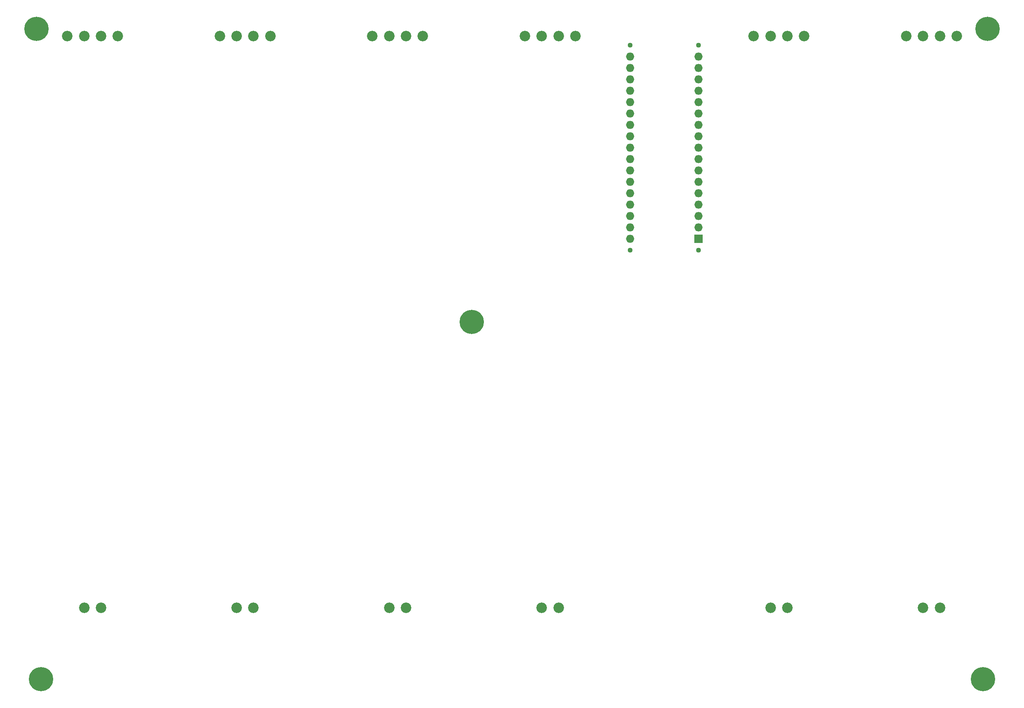
<source format=gbr>
%TF.GenerationSoftware,KiCad,Pcbnew,(5.1.6)-1*%
%TF.CreationDate,2020-06-13T20:20:11+02:00*%
%TF.ProjectId,Snackboard,536e6163-6b62-46f6-9172-642e6b696361,rev?*%
%TF.SameCoordinates,Original*%
%TF.FileFunction,Soldermask,Bot*%
%TF.FilePolarity,Negative*%
%FSLAX46Y46*%
G04 Gerber Fmt 4.6, Leading zero omitted, Abs format (unit mm)*
G04 Created by KiCad (PCBNEW (5.1.6)-1) date 2020-06-13 20:20:11*
%MOMM*%
%LPD*%
G01*
G04 APERTURE LIST*
%ADD10C,2.350000*%
%ADD11C,5.400000*%
%ADD12O,1.827200X1.827200*%
%ADD13C,1.116000*%
%ADD14R,1.827200X1.827200*%
G04 APERTURE END LIST*
D10*
%TO.C,VR6*%
X76140000Y-164140000D03*
X72390000Y-36640000D03*
X76140000Y-36640000D03*
X79890000Y-164140000D03*
X83640000Y-36640000D03*
X79890000Y-36640000D03*
%TD*%
%TO.C,VR5*%
X110140000Y-164140000D03*
X106390000Y-36640000D03*
X110140000Y-36640000D03*
X113890000Y-164140000D03*
X117640000Y-36640000D03*
X113890000Y-36640000D03*
%TD*%
%TO.C,VR1*%
X263140000Y-164140000D03*
X259390000Y-36640000D03*
X263140000Y-36640000D03*
X266890000Y-164140000D03*
X270640000Y-36640000D03*
X266890000Y-36640000D03*
%TD*%
%TO.C,VR2*%
X229140000Y-164140000D03*
X225390000Y-36640000D03*
X229140000Y-36640000D03*
X232890000Y-164140000D03*
X236640000Y-36640000D03*
X232890000Y-36640000D03*
%TD*%
%TO.C,VR3*%
X178140000Y-164140000D03*
X174390000Y-36640000D03*
X178140000Y-36640000D03*
X181890000Y-164140000D03*
X185640000Y-36640000D03*
X181890000Y-36640000D03*
%TD*%
%TO.C,VR4*%
X144140000Y-164140000D03*
X140390000Y-36640000D03*
X144140000Y-36640000D03*
X147890000Y-164140000D03*
X151640000Y-36640000D03*
X147890000Y-36640000D03*
%TD*%
D11*
%TO.C,REF\u002A\u002A*%
X162515000Y-100390000D03*
%TD*%
%TO.C,REF\u002A\u002A*%
X66515000Y-180015000D03*
%TD*%
%TO.C,REF\u002A\u002A*%
X276515000Y-180015000D03*
%TD*%
%TO.C,REF\u002A\u002A*%
X277515000Y-35015000D03*
%TD*%
%TO.C,REF\u002A\u002A*%
X65515000Y-35015000D03*
%TD*%
D12*
%TO.C,XA1*%
X197878000Y-79320000D03*
X197878000Y-61540000D03*
X197878000Y-59000000D03*
X197878000Y-56460000D03*
X197878000Y-53920000D03*
X197878000Y-51380000D03*
X197878000Y-66620000D03*
X213118000Y-43760000D03*
X213118000Y-41220000D03*
X197878000Y-41220000D03*
X197878000Y-46300000D03*
D13*
X197878000Y-38680000D03*
D12*
X213118000Y-46300000D03*
X213118000Y-48840000D03*
X213118000Y-51380000D03*
X213118000Y-53920000D03*
X213118000Y-56460000D03*
X213118000Y-59000000D03*
X213118000Y-61540000D03*
X213118000Y-64080000D03*
X213118000Y-66620000D03*
X213118000Y-76780000D03*
X213118000Y-74240000D03*
X213118000Y-79320000D03*
X197878000Y-71700000D03*
X197878000Y-43760000D03*
X197878000Y-69160000D03*
X197878000Y-74240000D03*
X213118000Y-69160000D03*
X197878000Y-76780000D03*
X197878000Y-48840000D03*
X197878000Y-81860000D03*
D14*
X213118000Y-81860000D03*
D12*
X213118000Y-71700000D03*
X197878000Y-64080000D03*
D13*
X197878000Y-84400000D03*
X213118000Y-38680000D03*
X213118000Y-84400000D03*
%TD*%
M02*

</source>
